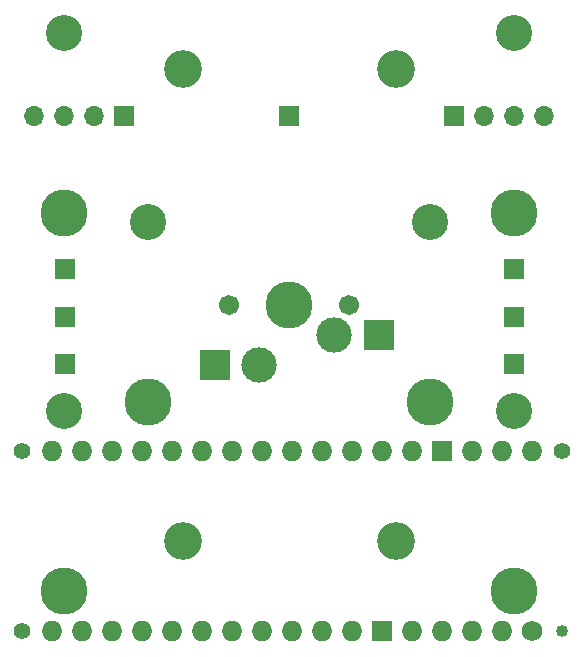
<source format=gbr>
%TF.GenerationSoftware,KiCad,Pcbnew,8.0.8*%
%TF.CreationDate,2025-02-27T04:46:11-05:00*%
%TF.ProjectId,modular_sdvx_pcb,6d6f6475-6c61-4725-9f73-6476785f7063,rev?*%
%TF.SameCoordinates,Original*%
%TF.FileFunction,Soldermask,Bot*%
%TF.FilePolarity,Negative*%
%FSLAX46Y46*%
G04 Gerber Fmt 4.6, Leading zero omitted, Abs format (unit mm)*
G04 Created by KiCad (PCBNEW 8.0.8) date 2025-02-27 04:46:11*
%MOMM*%
%LPD*%
G01*
G04 APERTURE LIST*
%ADD10C,3.200000*%
%ADD11O,1.700000X1.700000*%
%ADD12R,1.700000X1.700000*%
%ADD13C,1.701800*%
%ADD14C,3.000000*%
%ADD15C,3.987800*%
%ADD16R,2.550000X2.500000*%
%ADD17C,3.048000*%
%ADD18O,1.727200X1.727200*%
%ADD19C,1.727200*%
%ADD20R,1.727200X1.727200*%
%ADD21C,1.016000*%
%ADD22C,1.400000*%
G04 APERTURE END LIST*
D10*
%TO.C,REF\u002A\u002A*%
X-9000000Y-20000000D03*
%TD*%
%TO.C,REF\u002A\u002A*%
X9000000Y20000000D03*
%TD*%
%TO.C,REF\u002A\u002A*%
X-9000000Y20000000D03*
%TD*%
D11*
%TO.C,ENC_R1*%
X21540000Y16000000D03*
X19000000Y16000000D03*
X16460000Y16000000D03*
D12*
X13920000Y16000000D03*
%TD*%
D11*
%TO.C,ENC_L1*%
X-21620000Y16000000D03*
X-19080000Y16000000D03*
X-16540000Y16000000D03*
D12*
X-14000000Y16000000D03*
%TD*%
D13*
%TO.C,Key1*%
X5080000Y0D03*
D14*
X3810000Y-2540000D03*
D15*
X0Y0D03*
D14*
X-2540000Y-5080000D03*
D13*
X-5080000Y0D03*
D16*
X-6290000Y-5080000D03*
X7560000Y-2540000D03*
%TD*%
D15*
%TO.C,REF\u002A\u002A*%
X19050000Y-24225000D03*
D17*
X19050000Y-9015000D03*
D15*
X-19050000Y-24225000D03*
D17*
X-19050000Y-9015000D03*
%TD*%
D12*
%TO.C,SW_D_in1*%
X-19000000Y3000000D03*
%TD*%
%TO.C,SW_B_in1*%
X19000000Y-1000000D03*
%TD*%
D15*
%TO.C,REF\u002A\u002A*%
X11938000Y-8225000D03*
D17*
X11938000Y6985000D03*
D15*
X-11938000Y-8225000D03*
D17*
X-11938000Y6985000D03*
%TD*%
D12*
%TO.C,SW_C_in1*%
X19000000Y3000000D03*
%TD*%
%TO.C,SW_L_in1*%
X-19000000Y-1000000D03*
%TD*%
%TO.C,SW_R_in1*%
X-19000000Y-5000000D03*
%TD*%
%TO.C,SW_OUT1*%
X0Y16000000D03*
%TD*%
D15*
%TO.C,REF\u002A\u002A*%
X19050000Y7775000D03*
D17*
X19050000Y22985000D03*
D15*
X-19050000Y7775000D03*
D17*
X-19050000Y22985000D03*
%TD*%
D12*
%TO.C,SW_A_in1*%
X19000000Y-5000000D03*
%TD*%
D18*
%TO.C,A1*%
X15480000Y-12380000D03*
X18020000Y-27620000D03*
X20560000Y-12380000D03*
X10400000Y-27620000D03*
X10400000Y-12380000D03*
D19*
X20560000Y-27620000D03*
D18*
X18020000Y-12380000D03*
D20*
X7860000Y-27620000D03*
X12940000Y-12380000D03*
D18*
X-20080000Y-12380000D03*
X-20080000Y-27620000D03*
X-17540000Y-27620000D03*
X-15000000Y-27620000D03*
X-12460000Y-27620000D03*
X-9920000Y-27620000D03*
X-7380000Y-27620000D03*
X-4840000Y-27620000D03*
X-2300000Y-27620000D03*
X240000Y-27620000D03*
X2780000Y-27620000D03*
X5320000Y-27620000D03*
X15480000Y-27620000D03*
X12940000Y-27620000D03*
X-15000000Y-12380000D03*
X240000Y-12380000D03*
X-2300000Y-12380000D03*
X-4840000Y-12380000D03*
X-7380000Y-12380000D03*
X-9920000Y-12380000D03*
X-12460000Y-12380000D03*
X7860000Y-12380000D03*
X-17540000Y-12380000D03*
D21*
X23100000Y-27620000D03*
D22*
X23100000Y-12380000D03*
D18*
X5320000Y-12380000D03*
X2780000Y-12380000D03*
D22*
X-22620000Y-27620000D03*
X-22620000Y-12380000D03*
%TD*%
D10*
%TO.C,REF\u002A\u002A*%
X9000000Y-20000000D03*
%TD*%
M02*

</source>
